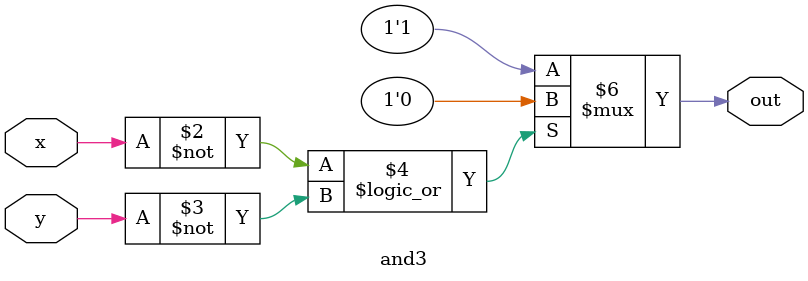
<source format=v>
module and3(x,y,out);

input x,y;
output reg out;

always@(*)
begin
if(x==0||y==0)
out = 1'b0;
else
out = 1'b1;
end



endmodule

</source>
